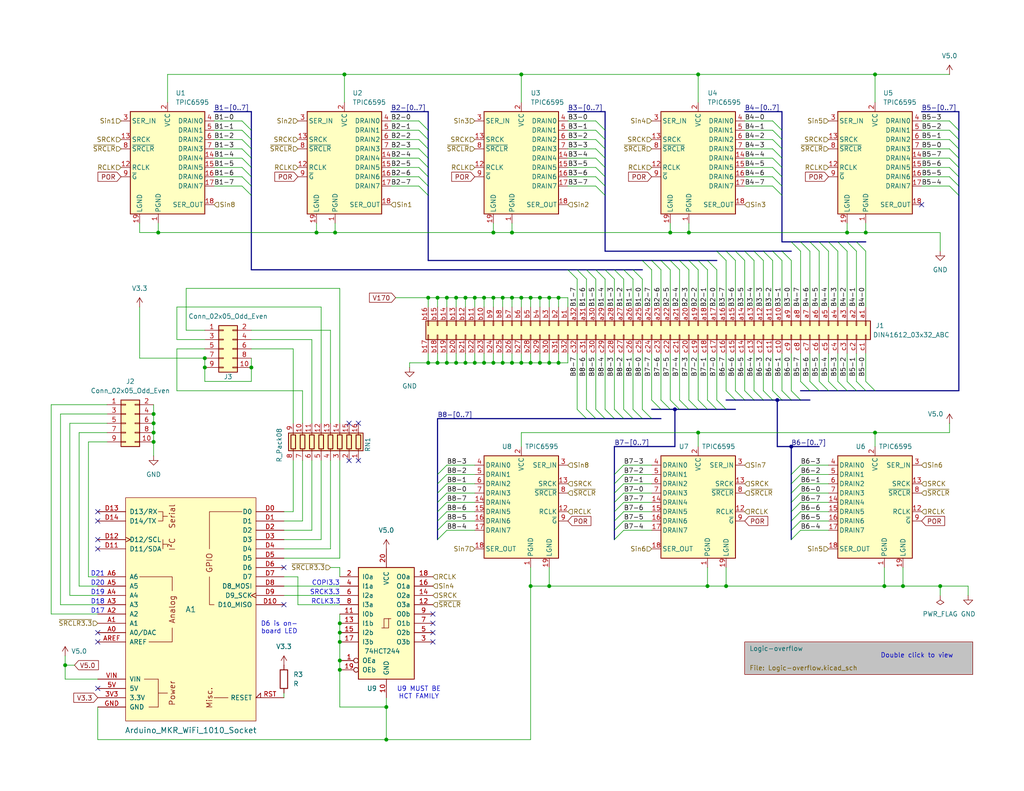
<source format=kicad_sch>
(kicad_sch (version 20231120) (generator "eeschema") (generator_version "8.0")
  (paper "USLetter")
  (title_block (title "Nixie tube clock - logic") (company "Wholly Unnecessary Technologies"))
  (junction (at 152.4 81.28))
  (junction (at 149.86 81.28))
  (junction (at 137.16 99.06))
  (junction (at 215.9 121.92))
  (junction (at 132.08 81.28))
  (junction (at 43.18 63.5))
  (junction (at 119.38 81.28))
  (junction (at 134.62 99.06))
  (junction (at 142.24 20.32))
  (junction (at 41.91 120.65))
  (junction (at 121.92 81.28))
  (junction (at 132.08 99.06))
  (junction (at 92.71 172.72))
  (junction (at 238.76 20.32))
  (junction (at 93.98 20.32))
  (junction (at 231.14 63.5))
  (junction (at 91.44 63.5))
  (junction (at 124.46 81.28))
  (junction (at 144.78 99.06))
  (junction (at 124.46 99.06))
  (junction (at 105.41 201.93))
  (junction (at 198.12 160.02))
  (junction (at 190.5 118.11))
  (junction (at 144.78 81.28))
  (junction (at 238.76 118.11))
  (junction (at 121.92 99.06))
  (junction (at 134.62 63.5))
  (junction (at 116.84 81.28))
  (junction (at 182.88 63.5))
  (junction (at 144.78 160.02))
  (junction (at 193.04 160.02))
  (junction (at 152.4 99.06))
  (junction (at 134.62 81.28))
  (junction (at 149.86 160.02))
  (junction (at 246.38 160.02))
  (junction (at 129.54 99.06))
  (junction (at 92.71 180.34))
  (junction (at 184.15 111.76))
  (junction (at 137.16 81.28))
  (junction (at 92.71 182.88))
  (junction (at 256.54 160.02))
  (junction (at 92.71 175.26))
  (junction (at 212.09 109.22))
  (junction (at 241.3 160.02))
  (junction (at 86.36 63.5))
  (junction (at 236.22 63.5))
  (junction (at 190.5 20.32))
  (junction (at 116.84 99.06))
  (junction (at 127 81.28))
  (junction (at 41.91 113.03))
  (junction (at 187.96 63.5))
  (junction (at 149.86 99.06))
  (junction (at 139.7 63.5))
  (junction (at 41.91 115.57))
  (junction (at 142.24 99.06))
  (junction (at 142.24 81.28))
  (junction (at 147.32 99.06))
  (junction (at 55.88 100.33))
  (junction (at 139.7 81.28))
  (junction (at 17.78 181.61))
  (junction (at 105.41 193.04))
  (junction (at 127 99.06))
  (junction (at 68.58 100.33))
  (junction (at 92.71 170.18))
  (junction (at 147.32 81.28))
  (junction (at 139.7 99.06))
  (junction (at 41.91 118.11))
  (junction (at 119.38 99.06))
  (junction (at 55.88 97.79))
  (junction (at 129.54 81.28))
  (no_connect (at 77.47 165.1))
  (no_connect (at 26.67 139.7))
  (no_connect (at 118.11 170.18))
  (no_connect (at 26.67 187.96))
  (no_connect (at 118.11 175.26))
  (no_connect (at 97.79 115.57))
  (no_connect (at 77.47 154.94))
  (no_connect (at 95.25 125.73))
  (no_connect (at 26.67 147.32))
  (no_connect (at 97.79 125.73))
  (no_connect (at 26.67 149.86))
  (no_connect (at 26.67 142.24))
  (no_connect (at 26.67 175.26))
  (no_connect (at 251.46 55.88))
  (no_connect (at 26.67 172.72))
  (no_connect (at 118.11 167.64))
  (no_connect (at 118.11 172.72))
  (no_connect (at 95.25 115.57))
  (bus_entry (at 190.5 71.12) (size 2.54 2.54))
  (bus_entry (at 198.12 111.76) (size -2.54 -2.54))
  (bus_entry (at 165.1 40.64) (size -2.54 -2.54))
  (bus_entry (at 165.1 43.18) (size -2.54 -2.54))
  (bus_entry (at 119.38 132.08) (size 2.54 -2.54))
  (bus_entry (at 182.88 71.12) (size 2.54 2.54))
  (bus_entry (at 165.1 73.66) (size 2.54 2.54))
  (bus_entry (at 198.12 68.58) (size 2.54 2.54))
  (bus_entry (at 116.84 38.1) (size -2.54 -2.54))
  (bus_entry (at 167.64 147.32) (size 2.54 -2.54))
  (bus_entry (at 167.64 129.54) (size 2.54 -2.54))
  (bus_entry (at 167.64 144.78) (size 2.54 -2.54))
  (bus_entry (at 68.58 40.64) (size -2.54 -2.54))
  (bus_entry (at 213.36 35.56) (size -2.54 -2.54))
  (bus_entry (at 177.8 114.3) (size -2.54 -2.54))
  (bus_entry (at 208.28 68.58) (size 2.54 2.54))
  (bus_entry (at 167.64 139.7) (size 2.54 -2.54))
  (bus_entry (at 165.1 35.56) (size -2.54 -2.54))
  (bus_entry (at 213.36 53.34) (size -2.54 -2.54))
  (bus_entry (at 119.38 142.24) (size 2.54 -2.54))
  (bus_entry (at 210.82 109.22) (size -2.54 -2.54))
  (bus_entry (at 116.84 45.72) (size -2.54 -2.54))
  (bus_entry (at 203.2 109.22) (size -2.54 -2.54))
  (bus_entry (at 261.62 40.64) (size -2.54 -2.54))
  (bus_entry (at 220.98 106.68) (size -2.54 -2.54))
  (bus_entry (at 180.34 111.76) (size -2.54 -2.54))
  (bus_entry (at 218.44 66.04) (size 2.54 2.54))
  (bus_entry (at 119.38 139.7) (size 2.54 -2.54))
  (bus_entry (at 210.82 68.58) (size 2.54 2.54))
  (bus_entry (at 215.9 144.78) (size 2.54 -2.54))
  (bus_entry (at 203.2 68.58) (size 2.54 2.54))
  (bus_entry (at 261.62 48.26) (size -2.54 -2.54))
  (bus_entry (at 193.04 111.76) (size -2.54 -2.54))
  (bus_entry (at 185.42 111.76) (size -2.54 -2.54))
  (bus_entry (at 215.9 109.22) (size -2.54 -2.54))
  (bus_entry (at 68.58 38.1) (size -2.54 -2.54))
  (bus_entry (at 165.1 53.34) (size -2.54 -2.54))
  (bus_entry (at 261.62 35.56) (size -2.54 -2.54))
  (bus_entry (at 208.28 109.22) (size -2.54 -2.54))
  (bus_entry (at 170.18 73.66) (size 2.54 2.54))
  (bus_entry (at 226.06 66.04) (size 2.54 2.54))
  (bus_entry (at 226.06 106.68) (size -2.54 -2.54))
  (bus_entry (at 116.84 48.26) (size -2.54 -2.54))
  (bus_entry (at 180.34 71.12) (size 2.54 2.54))
  (bus_entry (at 193.04 71.12) (size 2.54 2.54))
  (bus_entry (at 228.6 66.04) (size 2.54 2.54))
  (bus_entry (at 165.1 50.8) (size -2.54 -2.54))
  (bus_entry (at 213.36 38.1) (size -2.54 -2.54))
  (bus_entry (at 175.26 114.3) (size -2.54 -2.54))
  (bus_entry (at 182.88 111.76) (size -2.54 -2.54))
  (bus_entry (at 215.9 132.08) (size 2.54 -2.54))
  (bus_entry (at 190.5 111.76) (size -2.54 -2.54))
  (bus_entry (at 172.72 73.66) (size 2.54 2.54))
  (bus_entry (at 167.64 132.08) (size 2.54 -2.54))
  (bus_entry (at 213.36 48.26) (size -2.54 -2.54))
  (bus_entry (at 215.9 139.7) (size 2.54 -2.54))
  (bus_entry (at 223.52 106.68) (size -2.54 -2.54))
  (bus_entry (at 220.98 66.04) (size 2.54 2.54))
  (bus_entry (at 238.76 106.68) (size -2.54 -2.54))
  (bus_entry (at 68.58 48.26) (size -2.54 -2.54))
  (bus_entry (at 261.62 53.34) (size -2.54 -2.54))
  (bus_entry (at 215.9 134.62) (size 2.54 -2.54))
  (bus_entry (at 119.38 137.16) (size 2.54 -2.54))
  (bus_entry (at 215.9 142.24) (size 2.54 -2.54))
  (bus_entry (at 116.84 50.8) (size -2.54 -2.54))
  (bus_entry (at 261.62 50.8) (size -2.54 -2.54))
  (bus_entry (at 215.9 137.16) (size 2.54 -2.54))
  (bus_entry (at 157.48 73.66) (size 2.54 2.54))
  (bus_entry (at 236.22 106.68) (size -2.54 -2.54))
  (bus_entry (at 116.84 40.64) (size -2.54 -2.54))
  (bus_entry (at 200.66 109.22) (size -2.54 -2.54))
  (bus_entry (at 215.9 129.54) (size 2.54 -2.54))
  (bus_entry (at 228.6 106.68) (size -2.54 -2.54))
  (bus_entry (at 116.84 35.56) (size -2.54 -2.54))
  (bus_entry (at 213.36 43.18) (size -2.54 -2.54))
  (bus_entry (at 160.02 114.3) (size -2.54 -2.54))
  (bus_entry (at 167.64 137.16) (size 2.54 -2.54))
  (bus_entry (at 116.84 53.34) (size -2.54 -2.54))
  (bus_entry (at 165.1 45.72) (size -2.54 -2.54))
  (bus_entry (at 177.8 71.12) (size 2.54 2.54))
  (bus_entry (at 167.64 142.24) (size 2.54 -2.54))
  (bus_entry (at 154.94 73.66) (size 2.54 2.54))
  (bus_entry (at 119.38 144.78) (size 2.54 -2.54))
  (bus_entry (at 213.36 45.72) (size -2.54 -2.54))
  (bus_entry (at 167.64 134.62) (size 2.54 -2.54))
  (bus_entry (at 200.66 68.58) (size 2.54 2.54))
  (bus_entry (at 116.84 43.18) (size -2.54 -2.54))
  (bus_entry (at 119.38 129.54) (size 2.54 -2.54))
  (bus_entry (at 213.36 109.22) (size -2.54 -2.54))
  (bus_entry (at 68.58 43.18) (size -2.54 -2.54))
  (bus_entry (at 160.02 73.66) (size 2.54 2.54))
  (bus_entry (at 185.42 71.12) (size 2.54 2.54))
  (bus_entry (at 218.44 109.22) (size -2.54 -2.54))
  (bus_entry (at 187.96 111.76) (size -2.54 -2.54))
  (bus_entry (at 195.58 111.76) (size -2.54 -2.54))
  (bus_entry (at 231.14 106.68) (size -2.54 -2.54))
  (bus_entry (at 233.68 66.04) (size 2.54 2.54))
  (bus_entry (at 187.96 71.12) (size 2.54 2.54))
  (bus_entry (at 172.72 114.3) (size -2.54 -2.54))
  (bus_entry (at 68.58 53.34) (size -2.54 -2.54))
  (bus_entry (at 213.36 40.64) (size -2.54 -2.54))
  (bus_entry (at 215.9 147.32) (size 2.54 -2.54))
  (bus_entry (at 119.38 134.62) (size 2.54 -2.54))
  (bus_entry (at 68.58 35.56) (size -2.54 -2.54))
  (bus_entry (at 213.36 68.58) (size 2.54 2.54))
  (bus_entry (at 233.68 106.68) (size -2.54 -2.54))
  (bus_entry (at 175.26 71.12) (size 2.54 2.54))
  (bus_entry (at 167.64 73.66) (size 2.54 2.54))
  (bus_entry (at 165.1 38.1) (size -2.54 -2.54))
  (bus_entry (at 231.14 66.04) (size 2.54 2.54))
  (bus_entry (at 215.9 66.04) (size 2.54 2.54))
  (bus_entry (at 119.38 147.32) (size 2.54 -2.54))
  (bus_entry (at 261.62 38.1) (size -2.54 -2.54))
  (bus_entry (at 170.18 114.3) (size -2.54 -2.54))
  (bus_entry (at 165.1 114.3) (size -2.54 -2.54))
  (bus_entry (at 195.58 68.58) (size 2.54 2.54))
  (bus_entry (at 205.74 109.22) (size -2.54 -2.54))
  (bus_entry (at 165.1 48.26) (size -2.54 -2.54))
  (bus_entry (at 261.62 45.72) (size -2.54 -2.54))
  (bus_entry (at 162.56 114.3) (size -2.54 -2.54))
  (bus_entry (at 162.56 73.66) (size 2.54 2.54))
  (bus_entry (at 223.52 66.04) (size 2.54 2.54))
  (bus_entry (at 167.64 114.3) (size -2.54 -2.54))
  (bus_entry (at 205.74 68.58) (size 2.54 2.54))
  (bus_entry (at 261.62 43.18) (size -2.54 -2.54))
  (bus_entry (at 68.58 50.8) (size -2.54 -2.54))
  (bus_entry (at 68.58 45.72) (size -2.54 -2.54))
  (bus_entry (at 213.36 50.8) (size -2.54 -2.54))
  (wire (pts (xy 26.67 160.02) (xy 21.59 160.02)))
  (bus (pts (xy 162.56 114.3) (xy 165.1 114.3)))
  (wire (pts (xy 187.96 73.66) (xy 187.96 83.82)))
  (wire (pts (xy 26.67 162.56) (xy 19.05 162.56)))
  (wire (pts (xy 105.41 201.93) (xy 144.78 201.93)))
  (bus (pts (xy 210.82 68.58) (xy 213.36 68.58)))
  (wire (pts (xy 157.48 96.52) (xy 157.48 111.76)))
  (wire (pts (xy 26.67 167.64) (xy 13.97 167.64)))
  (wire (pts (xy 149.86 81.28) (xy 152.4 81.28)))
  (bus (pts (xy 154.94 30.48) (xy 165.1 30.48)))
  (wire (pts (xy 24.13 120.65) (xy 29.21 120.65)))
  (wire (pts (xy 38.1 83.82) (xy 38.1 97.79)))
  (wire (pts (xy 58.42 40.64) (xy 66.04 40.64)))
  (bus (pts (xy 215.9 139.7) (xy 215.9 142.24)))
  (bus (pts (xy 213.36 35.56) (xy 213.36 38.1)))
  (bus (pts (xy 172.72 73.66) (xy 175.26 73.66)))
  (bus (pts (xy 215.9 134.62) (xy 215.9 137.16)))
  (wire (pts (xy 92.71 170.18) (xy 92.71 172.72)))
  (wire (pts (xy 170.18 132.08) (xy 177.8 132.08)))
  (wire (pts (xy 215.9 71.12) (xy 215.9 83.82)))
  (wire (pts (xy 190.5 118.11) (xy 238.76 118.11)))
  (wire (pts (xy 17.78 185.42) (xy 26.67 185.42)))
  (bus (pts (xy 167.64 121.92) (xy 167.64 129.54)))
  (bus (pts (xy 116.84 38.1) (xy 116.84 40.64)))
  (bus (pts (xy 212.09 121.92) (xy 215.9 121.92)))
  (wire (pts (xy 134.62 81.28) (xy 137.16 81.28)))
  (wire (pts (xy 162.56 96.52) (xy 162.56 111.76)))
  (wire (pts (xy 124.46 81.28) (xy 124.46 83.82)))
  (wire (pts (xy 251.46 40.64) (xy 259.08 40.64)))
  (wire (pts (xy 190.5 96.52) (xy 190.5 109.22)))
  (bus (pts (xy 226.06 106.68) (xy 228.6 106.68)))
  (wire (pts (xy 231.14 68.58) (xy 231.14 83.82)))
  (wire (pts (xy 144.78 99.06) (xy 147.32 99.06)))
  (wire (pts (xy 92.71 193.04) (xy 105.41 193.04)))
  (wire (pts (xy 134.62 63.5) (xy 139.7 63.5)))
  (bus (pts (xy 212.09 109.22) (xy 213.36 109.22)))
  (bus (pts (xy 205.74 109.22) (xy 208.28 109.22)))
  (wire (pts (xy 139.7 81.28) (xy 139.7 83.82)))
  (bus (pts (xy 167.64 137.16) (xy 167.64 139.7)))
  (bus (pts (xy 220.98 66.04) (xy 223.52 66.04)))
  (bus (pts (xy 165.1 35.56) (xy 165.1 38.1)))
  (wire (pts (xy 203.2 38.1) (xy 210.82 38.1)))
  (bus (pts (xy 119.38 144.78) (xy 119.38 147.32)))
  (wire (pts (xy 203.2 33.02) (xy 210.82 33.02)))
  (wire (pts (xy 241.3 154.94) (xy 241.3 160.02)))
  (wire (pts (xy 170.18 137.16) (xy 177.8 137.16)))
  (wire (pts (xy 86.36 63.5) (xy 91.44 63.5)))
  (bus (pts (xy 160.02 114.3) (xy 162.56 114.3)))
  (bus (pts (xy 236.22 106.68) (xy 238.76 106.68)))
  (wire (pts (xy 13.97 110.49) (xy 29.21 110.49)))
  (wire (pts (xy 134.62 60.96) (xy 134.62 63.5)))
  (bus (pts (xy 200.66 109.22) (xy 203.2 109.22)))
  (wire (pts (xy 264.16 160.02) (xy 264.16 162.56)))
  (wire (pts (xy 144.78 154.94) (xy 144.78 160.02)))
  (wire (pts (xy 48.26 83.82) (xy 48.26 92.71)))
  (wire (pts (xy 170.18 144.78) (xy 177.8 144.78)))
  (wire (pts (xy 167.64 76.2) (xy 167.64 83.82)))
  (bus (pts (xy 116.84 43.18) (xy 116.84 45.72)))
  (wire (pts (xy 139.7 99.06) (xy 139.7 96.52)))
  (wire (pts (xy 251.46 45.72) (xy 259.08 45.72)))
  (wire (pts (xy 259.08 115.57) (xy 259.08 118.11)))
  (wire (pts (xy 205.74 96.52) (xy 205.74 106.68)))
  (wire (pts (xy 58.42 33.02) (xy 66.04 33.02)))
  (wire (pts (xy 238.76 118.11) (xy 238.76 121.92)))
  (wire (pts (xy 208.28 71.12) (xy 208.28 83.82)))
  (bus (pts (xy 187.96 71.12) (xy 190.5 71.12)))
  (wire (pts (xy 170.18 139.7) (xy 177.8 139.7)))
  (wire (pts (xy 92.71 115.57) (xy 92.71 78.74)))
  (wire (pts (xy 116.84 81.28) (xy 119.38 81.28)))
  (bus (pts (xy 170.18 114.3) (xy 172.72 114.3)))
  (wire (pts (xy 144.78 99.06) (xy 144.78 96.52)))
  (wire (pts (xy 134.62 99.06) (xy 134.62 96.52)))
  (wire (pts (xy 233.68 96.52) (xy 233.68 104.14)))
  (bus (pts (xy 165.1 114.3) (xy 167.64 114.3)))
  (wire (pts (xy 187.96 63.5) (xy 231.14 63.5)))
  (wire (pts (xy 149.86 154.94) (xy 149.86 160.02)))
  (wire (pts (xy 193.04 96.52) (xy 193.04 109.22)))
  (wire (pts (xy 218.44 68.58) (xy 218.44 83.82)))
  (wire (pts (xy 154.94 45.72) (xy 162.56 45.72)))
  (wire (pts (xy 215.9 96.52) (xy 215.9 106.68)))
  (wire (pts (xy 55.88 95.25) (xy 48.26 95.25)))
  (bus (pts (xy 68.58 45.72) (xy 68.58 48.26)))
  (wire (pts (xy 26.67 193.04) (xy 26.67 201.93)))
  (wire (pts (xy 106.68 48.26) (xy 114.3 48.26)))
  (bus (pts (xy 116.84 50.8) (xy 116.84 53.34)))
  (wire (pts (xy 246.38 154.94) (xy 246.38 160.02)))
  (bus (pts (xy 165.1 43.18) (xy 165.1 45.72)))
  (wire (pts (xy 149.86 99.06) (xy 149.86 96.52)))
  (wire (pts (xy 137.16 81.28) (xy 137.16 83.82)))
  (wire (pts (xy 55.88 104.14) (xy 68.58 104.14)))
  (wire (pts (xy 111.76 99.06) (xy 116.84 99.06)))
  (wire (pts (xy 81.28 157.48) (xy 81.28 165.1)))
  (wire (pts (xy 21.59 160.02) (xy 21.59 118.11)))
  (bus (pts (xy 261.62 50.8) (xy 261.62 53.34)))
  (wire (pts (xy 213.36 71.12) (xy 213.36 83.82)))
  (wire (pts (xy 154.94 40.64) (xy 162.56 40.64)))
  (wire (pts (xy 185.42 73.66) (xy 185.42 83.82)))
  (wire (pts (xy 154.94 38.1) (xy 162.56 38.1)))
  (wire (pts (xy 218.44 132.08) (xy 226.06 132.08)))
  (wire (pts (xy 119.38 81.28) (xy 119.38 83.82)))
  (bus (pts (xy 165.1 45.72) (xy 165.1 48.26)))
  (wire (pts (xy 139.7 60.96) (xy 139.7 63.5)))
  (bus (pts (xy 223.52 66.04) (xy 226.06 66.04)))
  (bus (pts (xy 213.36 45.72) (xy 213.36 48.26)))
  (bus (pts (xy 215.9 121.92) (xy 215.9 129.54)))
  (bus (pts (xy 205.74 68.58) (xy 208.28 68.58)))
  (wire (pts (xy 121.92 99.06) (xy 124.46 99.06)))
  (wire (pts (xy 162.56 76.2) (xy 162.56 83.82)))
  (wire (pts (xy 106.68 38.1) (xy 114.3 38.1)))
  (bus (pts (xy 119.38 114.3) (xy 119.38 129.54)))
  (bus (pts (xy 119.38 129.54) (xy 119.38 132.08)))
  (wire (pts (xy 41.91 120.65) (xy 41.91 124.46)))
  (wire (pts (xy 236.22 68.58) (xy 236.22 83.82)))
  (bus (pts (xy 177.8 71.12) (xy 180.34 71.12)))
  (bus (pts (xy 165.1 68.58) (xy 195.58 68.58)))
  (wire (pts (xy 77.47 162.56) (xy 92.71 162.56)))
  (wire (pts (xy 24.13 157.48) (xy 24.13 120.65)))
  (bus (pts (xy 215.9 132.08) (xy 215.9 134.62)))
  (wire (pts (xy 218.44 142.24) (xy 226.06 142.24)))
  (wire (pts (xy 38.1 63.5) (xy 43.18 63.5)))
  (bus (pts (xy 106.68 30.48) (xy 116.84 30.48)))
  (wire (pts (xy 16.51 113.03) (xy 29.21 113.03)))
  (wire (pts (xy 86.36 60.96) (xy 86.36 63.5)))
  (wire (pts (xy 92.71 180.34) (xy 92.71 182.88)))
  (bus (pts (xy 218.44 106.68) (xy 220.98 106.68)))
  (wire (pts (xy 226.06 68.58) (xy 226.06 83.82)))
  (wire (pts (xy 137.16 99.06) (xy 139.7 99.06)))
  (wire (pts (xy 177.8 96.52) (xy 177.8 109.22)))
  (wire (pts (xy 92.71 125.73) (xy 92.71 152.4)))
  (bus (pts (xy 213.36 66.04) (xy 213.36 53.34)))
  (bus (pts (xy 215.9 109.22) (xy 218.44 109.22)))
  (wire (pts (xy 251.46 48.26) (xy 259.08 48.26)))
  (wire (pts (xy 193.04 160.02) (xy 198.12 160.02)))
  (wire (pts (xy 121.92 127) (xy 129.54 127)))
  (bus (pts (xy 58.42 30.48) (xy 68.58 30.48)))
  (wire (pts (xy 251.46 50.8) (xy 259.08 50.8)))
  (wire (pts (xy 203.2 48.26) (xy 210.82 48.26)))
  (wire (pts (xy 231.14 96.52) (xy 231.14 104.14)))
  (wire (pts (xy 218.44 129.54) (xy 226.06 129.54)))
  (wire (pts (xy 154.94 99.06) (xy 154.94 96.52)))
  (bus (pts (xy 208.28 68.58) (xy 210.82 68.58)))
  (wire (pts (xy 45.72 20.32) (xy 93.98 20.32)))
  (wire (pts (xy 17.78 179.07) (xy 17.78 181.61)))
  (bus (pts (xy 213.36 50.8) (xy 213.36 48.26)))
  (wire (pts (xy 213.36 96.52) (xy 213.36 106.68)))
  (bus (pts (xy 116.84 48.26) (xy 116.84 50.8)))
  (bus (pts (xy 170.18 73.66) (xy 172.72 73.66)))
  (bus (pts (xy 182.88 71.12) (xy 185.42 71.12)))
  (bus (pts (xy 233.68 66.04) (xy 236.22 66.04)))
  (bus (pts (xy 231.14 106.68) (xy 233.68 106.68)))
  (wire (pts (xy 58.42 38.1) (xy 66.04 38.1)))
  (wire (pts (xy 251.46 33.02) (xy 259.08 33.02)))
  (bus (pts (xy 215.9 129.54) (xy 215.9 132.08)))
  (bus (pts (xy 261.62 48.26) (xy 261.62 50.8)))
  (wire (pts (xy 13.97 167.64) (xy 13.97 110.49)))
  (wire (pts (xy 177.8 73.66) (xy 177.8 83.82)))
  (bus (pts (xy 261.62 38.1) (xy 261.62 40.64)))
  (bus (pts (xy 167.64 139.7) (xy 167.64 142.24)))
  (wire (pts (xy 134.62 99.06) (xy 137.16 99.06)))
  (wire (pts (xy 154.94 50.8) (xy 162.56 50.8)))
  (wire (pts (xy 198.12 96.52) (xy 198.12 106.68)))
  (wire (pts (xy 55.88 97.79) (xy 55.88 100.33)))
  (wire (pts (xy 91.44 63.5) (xy 134.62 63.5)))
  (bus (pts (xy 213.36 68.58) (xy 215.9 68.58)))
  (wire (pts (xy 182.88 63.5) (xy 187.96 63.5)))
  (bus (pts (xy 213.36 43.18) (xy 213.36 45.72)))
  (bus (pts (xy 160.02 73.66) (xy 162.56 73.66)))
  (wire (pts (xy 149.86 81.28) (xy 149.86 83.82)))
  (bus (pts (xy 261.62 43.18) (xy 261.62 45.72)))
  (wire (pts (xy 193.04 154.94) (xy 193.04 160.02)))
  (wire (pts (xy 142.24 118.11) (xy 190.5 118.11)))
  (bus (pts (xy 215.9 66.04) (xy 218.44 66.04)))
  (bus (pts (xy 195.58 68.58) (xy 198.12 68.58)))
  (wire (pts (xy 121.92 144.78) (xy 129.54 144.78)))
  (wire (pts (xy 121.92 99.06) (xy 121.92 96.52)))
  (bus (pts (xy 213.36 30.48) (xy 213.36 35.56)))
  (wire (pts (xy 170.18 127) (xy 177.8 127)))
  (wire (pts (xy 91.44 60.96) (xy 91.44 63.5)))
  (wire (pts (xy 77.47 152.4) (xy 92.71 152.4)))
  (wire (pts (xy 68.58 90.17) (xy 90.17 90.17)))
  (wire (pts (xy 205.74 71.12) (xy 205.74 83.82)))
  (bus (pts (xy 165.1 53.34) (xy 165.1 68.58)))
  (wire (pts (xy 182.88 73.66) (xy 182.88 83.82)))
  (wire (pts (xy 160.02 96.52) (xy 160.02 111.76)))
  (wire (pts (xy 106.68 43.18) (xy 114.3 43.18)))
  (wire (pts (xy 139.7 63.5) (xy 182.88 63.5)))
  (wire (pts (xy 26.67 165.1) (xy 16.51 165.1)))
  (wire (pts (xy 144.78 81.28) (xy 144.78 83.82)))
  (wire (pts (xy 68.58 95.25) (xy 80.01 95.25)))
  (wire (pts (xy 251.46 38.1) (xy 259.08 38.1)))
  (wire (pts (xy 198.12 71.12) (xy 198.12 83.82)))
  (wire (pts (xy 218.44 134.62) (xy 226.06 134.62)))
  (wire (pts (xy 218.44 144.78) (xy 226.06 144.78)))
  (bus (pts (xy 116.84 30.48) (xy 116.84 35.56)))
  (bus (pts (xy 261.62 45.72) (xy 261.62 48.26)))
  (wire (pts (xy 16.51 165.1) (xy 16.51 113.03)))
  (wire (pts (xy 92.71 78.74) (xy 50.8 78.74)))
  (wire (pts (xy 85.09 115.57) (xy 85.09 92.71)))
  (bus (pts (xy 177.8 114.3) (xy 180.34 114.3)))
  (wire (pts (xy 147.32 81.28) (xy 149.86 81.28)))
  (bus (pts (xy 215.9 142.24) (xy 215.9 144.78)))
  (wire (pts (xy 172.72 76.2) (xy 172.72 83.82)))
  (wire (pts (xy 105.41 190.5) (xy 105.41 193.04)))
  (wire (pts (xy 129.54 99.06) (xy 129.54 96.52)))
  (bus (pts (xy 213.36 38.1) (xy 213.36 40.64)))
  (wire (pts (xy 87.63 125.73) (xy 87.63 147.32)))
  (wire (pts (xy 152.4 99.06) (xy 152.4 96.52)))
  (bus (pts (xy 228.6 106.68) (xy 231.14 106.68)))
  (bus (pts (xy 167.64 132.08) (xy 167.64 134.62)))
  (wire (pts (xy 19.05 115.57) (xy 29.21 115.57)))
  (wire (pts (xy 190.5 20.32) (xy 190.5 27.94)))
  (bus (pts (xy 167.64 134.62) (xy 167.64 137.16)))
  (wire (pts (xy 132.08 81.28) (xy 134.62 81.28)))
  (bus (pts (xy 154.94 73.66) (xy 157.48 73.66)))
  (bus (pts (xy 228.6 66.04) (xy 231.14 66.04)))
  (wire (pts (xy 142.24 99.06) (xy 142.24 96.52)))
  (wire (pts (xy 127 81.28) (xy 127 83.82)))
  (bus (pts (xy 167.64 121.92) (xy 184.15 121.92)))
  (bus (pts (xy 233.68 106.68) (xy 236.22 106.68)))
  (wire (pts (xy 77.47 142.24) (xy 82.55 142.24)))
  (wire (pts (xy 50.8 78.74) (xy 50.8 90.17)))
  (wire (pts (xy 68.58 92.71) (xy 85.09 92.71)))
  (wire (pts (xy 111.76 99.06) (xy 111.76 100.33)))
  (wire (pts (xy 77.47 157.48) (xy 81.28 157.48)))
  (wire (pts (xy 165.1 96.52) (xy 165.1 111.76)))
  (bus (pts (xy 261.62 30.48) (xy 261.62 35.56)))
  (wire (pts (xy 92.71 167.64) (xy 92.71 170.18)))
  (bus (pts (xy 185.42 111.76) (xy 187.96 111.76)))
  (wire (pts (xy 251.46 35.56) (xy 259.08 35.56)))
  (wire (pts (xy 92.71 172.72) (xy 92.71 175.26)))
  (wire (pts (xy 190.5 20.32) (xy 238.76 20.32)))
  (wire (pts (xy 105.41 193.04) (xy 105.41 201.93)))
  (wire (pts (xy 200.66 71.12) (xy 200.66 83.82)))
  (wire (pts (xy 228.6 96.52) (xy 228.6 104.14)))
  (wire (pts (xy 157.48 76.2) (xy 157.48 83.82)))
  (wire (pts (xy 132.08 99.06) (xy 134.62 99.06)))
  (bus (pts (xy 208.28 109.22) (xy 210.82 109.22)))
  (wire (pts (xy 82.55 125.73) (xy 82.55 142.24)))
  (wire (pts (xy 193.04 73.66) (xy 193.04 83.82)))
  (wire (pts (xy 147.32 81.28) (xy 147.32 83.82)))
  (wire (pts (xy 48.26 92.71) (xy 55.88 92.71)))
  (wire (pts (xy 106.68 50.8) (xy 114.3 50.8)))
  (bus (pts (xy 68.58 43.18) (xy 68.58 45.72)))
  (bus (pts (xy 119.38 132.08) (xy 119.38 134.62)))
  (wire (pts (xy 142.24 81.28) (xy 144.78 81.28)))
  (wire (pts (xy 203.2 43.18) (xy 210.82 43.18)))
  (bus (pts (xy 68.58 53.34) (xy 68.58 73.66)))
  (wire (pts (xy 172.72 96.52) (xy 172.72 111.76)))
  (wire (pts (xy 203.2 35.56) (xy 210.82 35.56)))
  (bus (pts (xy 165.1 40.64) (xy 165.1 43.18)))
  (wire (pts (xy 106.68 40.64) (xy 114.3 40.64)))
  (wire (pts (xy 142.24 81.28) (xy 142.24 83.82)))
  (wire (pts (xy 236.22 63.5) (xy 236.22 60.96)))
  (wire (pts (xy 147.32 99.06) (xy 149.86 99.06)))
  (wire (pts (xy 175.26 96.52) (xy 175.26 111.76)))
  (bus (pts (xy 177.8 111.76) (xy 180.34 111.76)))
  (wire (pts (xy 121.92 129.54) (xy 129.54 129.54)))
  (wire (pts (xy 241.3 160.02) (xy 246.38 160.02)))
  (wire (pts (xy 129.54 99.06) (xy 132.08 99.06)))
  (wire (pts (xy 210.82 96.52) (xy 210.82 106.68)))
  (wire (pts (xy 190.5 73.66) (xy 190.5 83.82)))
  (wire (pts (xy 21.59 118.11) (xy 29.21 118.11)))
  (wire (pts (xy 68.58 97.79) (xy 68.58 100.33)))
  (bus (pts (xy 119.38 137.16) (xy 119.38 139.7)))
  (wire (pts (xy 107.95 81.28) (xy 116.84 81.28)))
  (wire (pts (xy 238.76 20.32) (xy 259.08 20.32)))
  (wire (pts (xy 127 81.28) (xy 129.54 81.28)))
  (wire (pts (xy 26.67 157.48) (xy 24.13 157.48)))
  (wire (pts (xy 119.38 81.28) (xy 121.92 81.28)))
  (bus (pts (xy 200.66 111.76) (xy 198.12 111.76)))
  (wire (pts (xy 26.67 201.93) (xy 105.41 201.93)))
  (bus (pts (xy 200.66 68.58) (xy 203.2 68.58)))
  (bus (pts (xy 165.1 48.26) (xy 165.1 50.8)))
  (wire (pts (xy 218.44 127) (xy 226.06 127)))
  (bus (pts (xy 116.84 40.64) (xy 116.84 43.18)))
  (bus (pts (xy 213.36 109.22) (xy 215.9 109.22)))
  (bus (pts (xy 223.52 121.92) (xy 215.9 121.92)))
  (wire (pts (xy 170.18 96.52) (xy 170.18 111.76)))
  (wire (pts (xy 38.1 97.79) (xy 55.88 97.79)))
  (wire (pts (xy 87.63 83.82) (xy 48.26 83.82)))
  (wire (pts (xy 226.06 96.52) (xy 226.06 104.14)))
  (wire (pts (xy 81.28 165.1) (xy 92.71 165.1)))
  (wire (pts (xy 55.88 100.33) (xy 55.88 104.14)))
  (wire (pts (xy 142.24 20.32) (xy 190.5 20.32)))
  (wire (pts (xy 180.34 73.66) (xy 180.34 83.82)))
  (wire (pts (xy 236.22 63.5) (xy 256.54 63.5)))
  (wire (pts (xy 144.78 160.02) (xy 149.86 160.02)))
  (bus (pts (xy 198.12 68.58) (xy 200.66 68.58)))
  (wire (pts (xy 43.18 63.5) (xy 86.36 63.5)))
  (bus (pts (xy 165.1 73.66) (xy 167.64 73.66)))
  (wire (pts (xy 203.2 50.8) (xy 210.82 50.8)))
  (bus (pts (xy 119.38 134.62) (xy 119.38 137.16)))
  (wire (pts (xy 154.94 48.26) (xy 162.56 48.26)))
  (wire (pts (xy 256.54 68.58) (xy 256.54 63.5)))
  (bus (pts (xy 184.15 111.76) (xy 184.15 121.92)))
  (wire (pts (xy 137.16 99.06) (xy 137.16 96.52)))
  (wire (pts (xy 41.91 110.49) (xy 41.91 113.03)))
  (bus (pts (xy 203.2 68.58) (xy 205.74 68.58)))
  (wire (pts (xy 129.54 81.28) (xy 132.08 81.28)))
  (bus (pts (xy 215.9 137.16) (xy 215.9 139.7)))
  (wire (pts (xy 87.63 83.82) (xy 87.63 115.57)))
  (wire (pts (xy 121.92 132.08) (xy 129.54 132.08)))
  (wire (pts (xy 203.2 96.52) (xy 203.2 106.68)))
  (bus (pts (xy 190.5 111.76) (xy 193.04 111.76)))
  (wire (pts (xy 77.47 147.32) (xy 87.63 147.32)))
  (wire (pts (xy 195.58 73.66) (xy 195.58 83.82)))
  (wire (pts (xy 231.14 60.96) (xy 231.14 63.5)))
  (wire (pts (xy 198.12 160.02) (xy 241.3 160.02)))
  (wire (pts (xy 58.42 50.8) (xy 66.04 50.8)))
  (wire (pts (xy 147.32 99.06) (xy 147.32 96.52)))
  (wire (pts (xy 121.92 81.28) (xy 124.46 81.28)))
  (bus (pts (xy 226.06 66.04) (xy 228.6 66.04)))
  (wire (pts (xy 208.28 96.52) (xy 208.28 106.68)))
  (wire (pts (xy 48.26 106.68) (xy 82.55 106.68)))
  (wire (pts (xy 121.92 81.28) (xy 121.92 83.82)))
  (wire (pts (xy 38.1 60.96) (xy 38.1 63.5)))
  (wire (pts (xy 92.71 154.94) (xy 92.71 157.48)))
  (bus (pts (xy 231.14 66.04) (xy 233.68 66.04)))
  (wire (pts (xy 41.91 113.03) (xy 41.91 115.57)))
  (bus (pts (xy 193.04 71.12) (xy 195.58 71.12)))
  (wire (pts (xy 58.42 48.26) (xy 66.04 48.26)))
  (wire (pts (xy 233.68 68.58) (xy 233.68 83.82)))
  (wire (pts (xy 238.76 118.11) (xy 259.08 118.11)))
  (bus (pts (xy 218.44 109.22) (xy 220.98 109.22)))
  (wire (pts (xy 43.18 60.96) (xy 43.18 63.5)))
  (wire (pts (xy 119.38 99.06) (xy 119.38 96.52)))
  (wire (pts (xy 170.18 129.54) (xy 177.8 129.54)))
  (wire (pts (xy 256.54 160.02) (xy 256.54 162.56)))
  (wire (pts (xy 149.86 160.02) (xy 193.04 160.02)))
  (bus (pts (xy 218.44 66.04) (xy 220.98 66.04)))
  (wire (pts (xy 58.42 45.72) (xy 66.04 45.72)))
  (wire (pts (xy 92.71 175.26) (xy 92.71 180.34)))
  (wire (pts (xy 77.47 139.7) (xy 80.01 139.7)))
  (bus (pts (xy 165.1 50.8) (xy 165.1 53.34)))
  (wire (pts (xy 251.46 43.18) (xy 259.08 43.18)))
  (wire (pts (xy 48.26 95.25) (xy 48.26 106.68)))
  (bus (pts (xy 238.76 106.68) (xy 261.62 106.68)))
  (wire (pts (xy 231.14 63.5) (xy 236.22 63.5)))
  (bus (pts (xy 116.84 35.56) (xy 116.84 38.1)))
  (wire (pts (xy 195.58 96.52) (xy 195.58 109.22)))
  (wire (pts (xy 41.91 118.11) (xy 41.91 120.65)))
  (bus (pts (xy 175.26 71.12) (xy 177.8 71.12)))
  (wire (pts (xy 167.64 96.52) (xy 167.64 111.76)))
  (wire (pts (xy 116.84 99.06) (xy 116.84 96.52)))
  (wire (pts (xy 90.17 154.94) (xy 92.71 154.94)))
  (bus (pts (xy 213.36 66.04) (xy 215.9 66.04)))
  (bus (pts (xy 68.58 30.48) (xy 68.58 35.56)))
  (wire (pts (xy 85.09 125.73) (xy 85.09 144.78)))
  (bus (pts (xy 182.88 111.76) (xy 184.15 111.76)))
  (wire (pts (xy 160.02 76.2) (xy 160.02 83.82)))
  (bus (pts (xy 116.84 71.12) (xy 175.26 71.12)))
  (wire (pts (xy 223.52 68.58) (xy 223.52 83.82)))
  (bus (pts (xy 223.52 106.68) (xy 226.06 106.68)))
  (wire (pts (xy 90.17 115.57) (xy 90.17 90.17)))
  (wire (pts (xy 77.47 189.23) (xy 77.47 190.5)))
  (wire (pts (xy 58.42 43.18) (xy 66.04 43.18)))
  (wire (pts (xy 154.94 81.28) (xy 154.94 83.82)))
  (wire (pts (xy 77.47 160.02) (xy 92.71 160.02)))
  (bus (pts (xy 119.38 142.24) (xy 119.38 144.78)))
  (wire (pts (xy 92.71 182.88) (xy 92.71 193.04)))
  (wire (pts (xy 154.94 43.18) (xy 162.56 43.18)))
  (bus (pts (xy 195.58 111.76) (xy 198.12 111.76)))
  (bus (pts (xy 212.09 109.22) (xy 212.09 121.92)))
  (wire (pts (xy 152.4 81.28) (xy 154.94 81.28)))
  (wire (pts (xy 124.46 81.28) (xy 127 81.28)))
  (wire (pts (xy 132.08 81.28) (xy 132.08 83.82)))
  (wire (pts (xy 180.34 96.52) (xy 180.34 109.22)))
  (bus (pts (xy 172.72 114.3) (xy 175.26 114.3)))
  (wire (pts (xy 80.01 115.57) (xy 80.01 95.25)))
  (wire (pts (xy 121.92 134.62) (xy 129.54 134.62)))
  (bus (pts (xy 187.96 111.76) (xy 190.5 111.76)))
  (bus (pts (xy 68.58 35.56) (xy 68.58 38.1)))
  (wire (pts (xy 210.82 71.12) (xy 210.82 83.82)))
  (bus (pts (xy 220.98 106.68) (xy 223.52 106.68)))
  (wire (pts (xy 236.22 96.52) (xy 236.22 104.14)))
  (wire (pts (xy 119.38 99.06) (xy 121.92 99.06)))
  (bus (pts (xy 213.36 53.34) (xy 213.36 50.8)))
  (wire (pts (xy 142.24 20.32) (xy 142.24 27.94)))
  (wire (pts (xy 152.4 81.28) (xy 152.4 83.82)))
  (wire (pts (xy 106.68 35.56) (xy 114.3 35.56)))
  (wire (pts (xy 82.55 106.68) (xy 82.55 115.57)))
  (bus (pts (xy 261.62 40.64) (xy 261.62 43.18)))
  (bus (pts (xy 167.64 129.54) (xy 167.64 132.08)))
  (bus (pts (xy 180.34 71.12) (xy 182.88 71.12)))
  (wire (pts (xy 203.2 45.72) (xy 210.82 45.72)))
  (wire (pts (xy 218.44 139.7) (xy 226.06 139.7)))
  (bus (pts (xy 167.64 142.24) (xy 167.64 144.78)))
  (wire (pts (xy 116.84 81.28) (xy 116.84 83.82)))
  (wire (pts (xy 170.18 134.62) (xy 177.8 134.62)))
  (bus (pts (xy 203.2 109.22) (xy 205.74 109.22)))
  (wire (pts (xy 190.5 118.11) (xy 190.5 121.92)))
  (wire (pts (xy 17.78 181.61) (xy 17.78 185.42)))
  (wire (pts (xy 41.91 115.57) (xy 41.91 118.11)))
  (wire (pts (xy 58.42 35.56) (xy 66.04 35.56)))
  (wire (pts (xy 139.7 99.06) (xy 142.24 99.06)))
  (wire (pts (xy 185.42 96.52) (xy 185.42 109.22)))
  (bus (pts (xy 203.2 30.48) (xy 213.36 30.48)))
  (wire (pts (xy 187.96 96.52) (xy 187.96 109.22)))
  (wire (pts (xy 93.98 20.32) (xy 142.24 20.32)))
  (bus (pts (xy 193.04 111.76) (xy 195.58 111.76)))
  (wire (pts (xy 68.58 100.33) (xy 68.58 104.14)))
  (bus (pts (xy 180.34 111.76) (xy 182.88 111.76)))
  (wire (pts (xy 170.18 76.2) (xy 170.18 83.82)))
  (wire (pts (xy 198.12 154.94) (xy 198.12 160.02)))
  (wire (pts (xy 77.47 144.78) (xy 85.09 144.78)))
  (bus (pts (xy 165.1 38.1) (xy 165.1 40.64)))
  (wire (pts (xy 124.46 99.06) (xy 124.46 96.52)))
  (bus (pts (xy 68.58 38.1) (xy 68.58 40.64)))
  (wire (pts (xy 142.24 118.11) (xy 142.24 121.92)))
  (bus (pts (xy 167.64 73.66) (xy 170.18 73.66)))
  (wire (pts (xy 187.96 60.96) (xy 187.96 63.5)))
  (bus (pts (xy 116.84 53.34) (xy 116.84 71.12)))
  (bus (pts (xy 68.58 73.66) (xy 154.94 73.66)))
  (wire (pts (xy 203.2 40.64) (xy 210.82 40.64)))
  (bus (pts (xy 261.62 53.34) (xy 261.62 106.68)))
  (wire (pts (xy 152.4 99.06) (xy 154.94 99.06)))
  (bus (pts (xy 215.9 144.78) (xy 215.9 147.32)))
  (wire (pts (xy 154.94 35.56) (xy 162.56 35.56)))
  (wire (pts (xy 220.98 68.58) (xy 220.98 83.82)))
  (bus (pts (xy 119.38 139.7) (xy 119.38 142.24)))
  (wire (pts (xy 218.44 137.16) (xy 226.06 137.16)))
  (wire (pts (xy 223.52 96.52) (xy 223.52 104.14)))
  (wire (pts (xy 127 99.06) (xy 129.54 99.06)))
  (bus (pts (xy 251.46 30.48) (xy 261.62 30.48)))
  (bus (pts (xy 185.42 71.12) (xy 187.96 71.12)))
  (wire (pts (xy 106.68 33.02) (xy 114.3 33.02)))
  (wire (pts (xy 154.94 33.02) (xy 162.56 33.02)))
  (wire (pts (xy 121.92 137.16) (xy 129.54 137.16)))
  (wire (pts (xy 170.18 142.24) (xy 177.8 142.24)))
  (wire (pts (xy 200.66 96.52) (xy 200.66 106.68)))
  (wire (pts (xy 256.54 160.02) (xy 264.16 160.02)))
  (wire (pts (xy 149.86 99.06) (xy 152.4 99.06)))
  (bus (pts (xy 157.48 73.66) (xy 160.02 73.66)))
  (wire (pts (xy 220.98 96.52) (xy 220.98 104.14)))
  (wire (pts (xy 139.7 81.28) (xy 142.24 81.28)))
  (bus (pts (xy 175.26 114.3) (xy 177.8 114.3)))
  (wire (pts (xy 134.62 81.28) (xy 134.62 83.82)))
  (wire (pts (xy 218.44 96.52) (xy 218.44 104.14)))
  (wire (pts (xy 144.78 160.02) (xy 144.78 201.93)))
  (wire (pts (xy 77.47 149.86) (xy 90.17 149.86)))
  (wire (pts (xy 182.88 60.96) (xy 182.88 63.5)))
  (bus (pts (xy 162.56 73.66) (xy 165.1 73.66)))
  (wire (pts (xy 45.72 20.32) (xy 45.72 27.94)))
  (bus (pts (xy 190.5 71.12) (xy 193.04 71.12)))
  (wire (pts (xy 80.01 125.73) (xy 80.01 139.7)))
  (wire (pts (xy 144.78 81.28) (xy 147.32 81.28)))
  (bus (pts (xy 198.12 109.22) (xy 200.66 109.22)))
  (wire (pts (xy 19.05 162.56) (xy 19.05 115.57)))
  (wire (pts (xy 124.46 99.06) (xy 127 99.06)))
  (bus (pts (xy 167.64 114.3) (xy 170.18 114.3)))
  (wire (pts (xy 182.88 96.52) (xy 182.88 109.22)))
  (wire (pts (xy 238.76 20.32) (xy 238.76 27.94)))
  (bus (pts (xy 167.64 144.78) (xy 167.64 147.32)))
  (bus (pts (xy 116.84 45.72) (xy 116.84 48.26)))
  (bus (pts (xy 68.58 48.26) (xy 68.58 50.8)))
  (bus (pts (xy 261.62 35.56) (xy 261.62 38.1)))
  (wire (pts (xy 129.54 81.28) (xy 129.54 83.82)))
  (wire (pts (xy 175.26 76.2) (xy 175.26 83.82)))
  (wire (pts (xy 17.78 181.61) (xy 20.32 181.61)))
  (wire (pts (xy 137.16 81.28) (xy 139.7 81.28)))
  (wire (pts (xy 228.6 68.58) (xy 228.6 83.82)))
  (wire (pts (xy 50.8 90.17) (xy 55.88 90.17)))
  (wire (pts (xy 116.84 99.06) (xy 119.38 99.06)))
  (wire (pts (xy 246.38 160.02) (xy 256.54 160.02)))
  (bus (pts (xy 68.58 40.64) (xy 68.58 43.18)))
  (bus (pts (xy 213.36 40.64) (xy 213.36 43.18)))
  (wire (pts (xy 132.08 99.06) (xy 132.08 96.52)))
  (wire (pts (xy 93.98 20.32) (xy 93.98 27.94)))
  (wire (pts (xy 127 99.06) (xy 127 96.52)))
  (bus (pts (xy 119.38 114.3) (xy 160.02 114.3)))
  (wire (pts (xy 121.92 139.7) (xy 129.54 139.7)))
  (wire (pts (xy 90.17 125.73) (xy 90.17 149.86)))
  (bus (pts (xy 210.82 109.22) (xy 212.09 109.22)))
  (wire (pts (xy 203.2 71.12) (xy 203.2 83.82)))
  (bus (pts (xy 165.1 30.48) (xy 165.1 35.56)))
  (wire (pts (xy 106.68 45.72) (xy 114.3 45.72)))
  (wire (pts (xy 165.1 76.2) (xy 165.1 83.82)))
  (bus (pts (xy 68.58 50.8) (xy 68.58 53.34)))
  (wire (pts (xy 142.24 99.06) (xy 144.78 99.06)))
  (wire (pts (xy 121.92 142.24) (xy 129.54 142.24)))
  (bus (pts (xy 184.15 111.76) (xy 185.42 111.76)))
  (text "D19\n" (at 26.67 161.798 0) (effects (font (size 1.27 1.27))))
  (text "D20" (at 26.67 159.258 0) (effects (font (size 1.27 1.27))))
  (text "SRCK3.3" (at 88.646 161.798 0) (effects (font (size 1.27 1.27))))
  (text "Double click to view" (at 250.19 179.07 0) (effects (font (size 1.27 1.27))))
  (text "D18" (at 26.67 164.338 0) (effects (font (size 1.27 1.27))))
  (text "RCLK3.3" (at 88.9 164.338 0) (effects (font (size 1.27 1.27))))
  (text "COPI3.3" (at 88.9 159.258 0) (effects (font (size 1.27 1.27))))
  (text "U9 MUST BE\nHCT FAMILY" (at 114.3 189.23 0) (effects (font (size 1.27 1.27))))
  (text "D17" (at 26.67 166.878 0) (effects (font (size 1.27 1.27))))
  (text "D6 is on-\nboard LED" (at 76.2 171.45 0) (effects (font (size 1.27 1.27))))
  (text "D21" (at 26.67 156.718 0) (effects (font (size 1.27 1.27))))
  (label "B3-1" (at 154.94 35.56 0))
  (label "B2-1" (at 193.04 83.82 90))
  (label "B7-7" (at 177.8 102.87 90))
  (label "B2-2" (at 190.5 83.82 90))
  (label "B8-4" (at 165.1 102.87 90))
  (label "B7-[0..7]" (at 167.64 121.92 0))
  (label "B3-7" (at 154.94 50.8 0))
  (label "B8-2" (at 170.18 102.87 90))
  (label "B6-4" (at 218.44 144.78 0))
  (label "B4-6" (at 220.98 83.82 90))
  (label "B4-5" (at 223.52 83.82 90))
  (label "B8-3" (at 167.64 102.87 90))
  (label "B3-6" (at 154.94 48.26 0))
  (label "B8-7" (at 121.92 137.16 0))
  (label "B1-2" (at 58.42 38.1 0))
  (label "B6-7" (at 198.12 102.87 90))
  (label "B3-0" (at 215.9 83.82 90))
  (label "B2-6" (at 106.68 48.26 0))
  (label "B4-3" (at 203.2 40.64 0))
  (label "B8-2" (at 121.92 129.54 0))
  (label "B1-4" (at 165.1 83.82 90))
  (label "B6-5" (at 218.44 142.24 0))
  (label "B4-4" (at 226.06 83.82 90))
  (label "B4-7" (at 218.44 83.82 90))
  (label "B3-[0..7]" (at 154.94 30.48 0))
  (label "B2-3" (at 187.96 83.82 90))
  (label "B5-1" (at 233.68 102.87 90))
  (label "B2-5" (at 182.88 83.82 90))
  (label "B5-5" (at 251.46 48.26 0))
  (label "B2-0" (at 195.58 83.82 90))
  (label "B1-3" (at 167.64 83.82 90))
  (label "B4-0" (at 203.2 33.02 0))
  (label "B1-0" (at 58.42 33.02 0))
  (label "B8-1" (at 172.72 102.87 90))
  (label "B6-5" (at 203.2 102.87 90))
  (label "B7-3" (at 187.96 102.87 90))
  (label "B3-7" (at 198.12 83.82 90))
  (label "B5-4" (at 251.46 50.8 0))
  (label "B7-1" (at 170.18 132.08 0))
  (label "B5-6" (at 220.98 102.87 90))
  (label "B4-[0..7]" (at 203.2 30.48 0))
  (label "B7-2" (at 170.18 129.54 0))
  (label "B6-2" (at 210.82 102.87 90))
  (label "B8-7" (at 157.48 102.87 90))
  (label "B5-6" (at 251.46 45.72 0))
  (label "B7-4" (at 170.18 144.78 0))
  (label "B8-5" (at 162.56 102.87 90))
  (label "B7-2" (at 190.5 102.87 90))
  (label "B6-2" (at 218.44 129.54 0))
  (label "B6-6" (at 218.44 139.7 0))
  (label "B2-3" (at 106.68 40.64 0))
  (label "B2-6" (at 180.34 83.82 90))
  (label "B5-7" (at 251.46 43.18 0))
  (label "B7-1" (at 193.04 102.87 90))
  (label "B7-3" (at 170.18 127 0))
  (label "B1-1" (at 172.72 83.82 90))
  (label "B8-1" (at 121.92 132.08 0))
  (label "B4-2" (at 231.14 83.82 90))
  (label "B7-7" (at 170.18 137.16 0))
  (label "B3-4" (at 205.74 83.82 90))
  (label "B3-5" (at 203.2 83.82 90))
  (label "B5-1" (at 251.46 38.1 0))
  (label "B4-2" (at 203.2 38.1 0))
  (label "B6-1" (at 218.44 132.08 0))
  (label "B2-5" (at 106.68 45.72 0))
  (label "B8-0" (at 175.26 102.87 90))
  (label "B4-7" (at 203.2 50.8 0))
  (label "B2-7" (at 177.8 83.82 90))
  (label "B6-0" (at 215.9 102.87 90))
  (label "B5-4" (at 226.06 102.87 90))
  (label "B4-1" (at 233.68 83.82 90))
  (label "B6-3" (at 218.44 127 0))
  (label "B2-4" (at 106.68 43.18 0))
  (label "B1-5" (at 58.42 45.72 0))
  (label "B1-0" (at 175.26 83.82 90))
  (label "B5-2" (at 231.14 102.87 90))
  (label "B6-1" (at 213.36 102.87 90))
  (label "B1-6" (at 58.42 48.26 0))
  (label "B3-0" (at 154.94 33.02 0))
  (label "B1-4" (at 58.42 43.18 0))
  (label "B7-5" (at 170.18 142.24 0))
  (label "B7-6" (at 170.18 139.7 0))
  (label "B5-2" (at 251.46 35.56 0))
  (label "B1-1" (at 58.42 35.56 0))
  (label "B3-6" (at 200.66 83.82 90))
  (label "B5-3" (at 228.6 102.87 90))
  (label "B2-7" (at 106.68 50.8 0))
  (label "B2-2" (at 106.68 38.1 0))
  (label "B7-6" (at 180.34 102.87 90))
  (label "B4-4" (at 203.2 43.18 0))
  (label "B1-7" (at 157.48 83.82 90))
  (label "B6-[0..7]" (at 215.9 121.92 0))
  (label "B1-[0..7]" (at 58.42 30.48 0))
  (label "B8-3" (at 121.92 127 0))
  (label "B8-5" (at 121.92 142.24 0))
  (label "B7-0" (at 195.58 102.87 90))
  (label "B3-1" (at 213.36 83.82 90))
  (label "B4-1" (at 203.2 35.56 0))
  (label "B8-0" (at 121.92 134.62 0))
  (label "B8-6" (at 121.92 139.7 0))
  (label "B6-3" (at 208.28 102.87 90))
  (label "B7-0" (at 170.18 134.62 0))
  (label "B3-5" (at 154.94 45.72 0))
  (label "B2-4" (at 185.42 83.82 90))
  (label "B1-6" (at 160.02 83.82 90))
  (label "B4-0" (at 236.22 83.82 90))
  (label "B7-5" (at 182.88 102.87 90))
  (label "B2-1" (at 106.68 35.56 0))
  (label "B5-[0..7]" (at 251.46 30.48 0))
  (label "B5-7" (at 218.44 102.87 90))
  (label "B1-2" (at 170.18 83.82 90))
  (label "B3-4" (at 154.94 43.18 0))
  (label "B8-[0..7]" (at 119.38 114.3 0))
  (label "B5-0" (at 236.22 102.87 90))
  (label "B1-7" (at 58.42 50.8 0))
  (label "B1-3" (at 58.42 40.64 0))
  (label "B5-5" (at 223.52 102.87 90))
  (label "B8-6" (at 160.02 102.87 90))
  (label "B6-6" (at 200.66 102.87 90))
  (label "B2-[0..7]" (at 106.68 30.48 0))
  (label "B3-2" (at 210.82 83.82 90))
  (label "B3-3" (at 154.94 40.64 0))
  (label "B4-3" (at 228.6 83.82 90))
  (label "B8-4" (at 121.92 144.78 0))
  (label "B2-0" (at 106.68 33.02 0))
  (label "B6-4" (at 205.74 102.87 90))
  (label "B3-3" (at 208.28 83.82 90))
  (label "B5-3" (at 251.46 33.02 0))
  (label "B5-0" (at 251.46 40.64 0))
  (label "B1-5" (at 162.56 83.82 90))
  (label "B7-4" (at 185.42 102.87 90))
  (label "B6-0" (at 218.44 134.62 0))
  (label "B3-2" (at 154.94 38.1 0))
  (label "B6-7" (at 218.44 137.16 0))
  (label "B4-5" (at 203.2 45.72 0))
  (label "B4-6" (at 203.2 48.26 0))
  (global_label "POR" (shape input) (at 33.02 48.26 180) (property "Intersheetrefs" "${INTERSHEET_REFS}" (effects (hide yes))))
  (global_label "POR" (shape input) (at 203.2 142.24 0) (property "Intersheetrefs" "${INTERSHEET_REFS}" (effects (hide yes))))
  (global_label "POR" (shape input) (at 81.28 48.26 180) (property "Intersheetrefs" "${INTERSHEET_REFS}" (effects (hide yes))))
  (global_label "POR" (shape input) (at 226.06 48.26 180) (property "Intersheetrefs" "${INTERSHEET_REFS}" (effects (hide yes))))
  (global_label "V3.3" (shape input) (at 26.67 190.5 180) (property "Intersheetrefs" "${INTERSHEET_REFS}" (effects (hide yes))))
  (global_label "V170" (shape input) (at 107.95 81.28 180) (property "Intersheetrefs" "${INTERSHEET_REFS}" (effects (hide yes))))
  (global_label "V5.0" (shape input) (at 20.32 181.61 0) (property "Intersheetrefs" "${INTERSHEET_REFS}" (effects (hide yes))))
  (global_label "POR" (shape input) (at 154.94 142.24 0) (property "Intersheetrefs" "${INTERSHEET_REFS}" (effects (hide yes))))
  (global_label "POR" (shape input) (at 129.54 48.26 180) (property "Intersheetrefs" "${INTERSHEET_REFS}" (effects (hide yes))))
  (global_label "POR" (shape input) (at 251.46 142.24 0) (property "Intersheetrefs" "${INTERSHEET_REFS}" (effects (hide yes))))
  (global_label "POR" (shape input) (at 177.8 48.26 180) (property "Intersheetrefs" "${INTERSHEET_REFS}" (effects (hide yes))))
  (hierarchical_label "~{SRCLR}" (shape input) (at 129.54 40.64 180))
  (hierarchical_label "Sin4" (shape input) (at 177.8 33.02 180))
  (hierarchical_label "Sin1" (shape input) (at 33.02 33.02 180))
  (hierarchical_label "~{SRCLR}" (shape input) (at 33.02 40.64 180))
  (hierarchical_label "Sin1" (shape input) (at 106.68 55.88 0))
  (hierarchical_label "Sin5" (shape input) (at 226.06 33.02 180))
  (hierarchical_label "~{SRCLR3.3}" (shape input) (at 90.17 154.94 180))
  (hierarchical_label "Sin4" (shape input) (at 118.11 160.02 0))
  (hierarchical_label "SRCK" (shape input) (at 154.94 132.08 0))
  (hierarchical_label "~{SRCLR3.3}" (shape input) (at 26.67 170.18 180))
  (hierarchical_label "SRCK" (shape input) (at 81.28 38.1 180))
  (hierarchical_label "~{SRCLR}" (shape input) (at 81.28 40.64 180))
  (hierarchical_label "SRCK" (shape input) (at 226.06 38.1 180))
  (hierarchical_label "Sin6" (shape input) (at 251.46 127 0))
  (hierarchical_label "Sin8" (shape input) (at 154.94 127 0))
  (hierarchical_label "~{SRCLR}" (shape input) (at 177.8 40.64 180))
  (hierarchical_label "~{SRCLR}" (shape input) (at 226.06 40.64 180))
  (hierarchical_label "RCLK" (shape input) (at 154.94 139.7 0))
  (hierarchical_label "~{SRCLR}" (shape input) (at 203.2 134.62 0))
  (hierarchical_label "RCLK" (shape input) (at 177.8 45.72 180))
  (hierarchical_label "Sin7" (shape input) (at 203.2 127 0))
  (hierarchical_label "RCLK" (shape input) (at 251.46 139.7 0))
  (hierarchical_label "RCLK" (shape input) (at 33.02 45.72 180))
  (hierarchical_label "SRCK" (shape input) (at 251.46 132.08 0))
  (hierarchical_label "RCLK" (shape input) (at 118.11 157.48 0))
  (hierarchical_label "~{SRCLR}" (shape input) (at 154.94 134.62 0))
  (hierarchical_label "RCLK" (shape input) (at 226.06 45.72 180))
  (hierarchical_label "SRCK" (shape input) (at 203.2 132.08 0))
  (hierarchical_label "SRCK" (shape input) (at 177.8 38.1 180))
  (hierarchical_label "RCLK" (shape input) (at 203.2 139.7 0))
  (hierarchical_label "Sin5" (shape input) (at 226.06 149.86 180))
  (hierarchical_label "SRCK" (shape input) (at 118.11 162.56 0))
  (hierarchical_label "~{SRCLR}" (shape input) (at 118.11 165.1 0))
  (hierarchical_label "RCLK" (shape input) (at 129.54 45.72 180))
  (hierarchical_label "Sin2" (shape input) (at 81.28 33.02 180))
  (hierarchical_label "RCLK" (shape input) (at 81.28 45.72 180))
  (hierarchical_label "SRCK" (shape input) (at 129.54 38.1 180))
  (hierarchical_label "Sin3" (shape input) (at 129.54 33.02 180))
  (hierarchical_label "Sin2" (shape input) (at 154.94 55.88 0))
  (hierarchical_label "Sin6" (shape input) (at 177.8 149.86 180))
  (hierarchical_label "~{SRCLR}" (shape input) (at 251.46 134.62 0))
  (hierarchical_label "Sin7" (shape input) (at 129.54 149.86 180))
  (hierarchical_label "SRCK" (shape input) (at 33.02 38.1 180))
  (hierarchical_label "Sin8" (shape input) (at 58.42 55.88 0))
  (hierarchical_label "Sin3" (shape input) (at 203.2 55.88 0))
  (symbol (lib_id "Connector_Generic:Conn_02x05_Odd_Even") (at 60.96 95.25 0) (unit 1)
    (property "Reference" "J3" (at 62.23 102.87 0))
    (property "Value" "Conn_02x05_Odd_Even" (at 62.23 86.36 0))
    (property "Footprint" "Connector_PinHeader_2.54mm:PinHeader_2x05_P2.54mm_Vertical" (effects (hide yes)))
    (property "Description" "Generic connector, double row, 02x05, odd/even pin numbering scheme (row 1 odd numbers, row 2 even numbers), script generated (kicad-library-utils/schlib/autogen/connector/)" (effects (hide yes)))
  )
  (symbol (lib_id "power:VCC") (at 105.41 149.86 0) (unit 1)
    (property "Reference" "#PWR03" (effects (hide yes)))
    (property "Value" "V5.0" (at 105.41 144.78 0))
    (property "Description" "Power symbol creates a global label with name \"VCC\"" (effects (hide yes)))
  )
  (symbol (lib_id "Interface_Expansion:TPIC6595") (at 142.24 43.18 0) (unit 1)
    (property "Reference" "U3" (at 144.78 25.4 0) (effects (justify left)))
    (property "Value" "TPIC6595" (at 144.78 27.94 0) (effects (justify left)))
    (property "Footprint" "Package_DIP:DIP-20_W7.62mm_Socket_LongPads" (effects (hide yes)))
    (property "Datasheet" "http://www.ti.com/lit/ds/symlink/tpic6595.pdf" (effects (hide yes)))
    (property "Description" "Power Logic 8-bit Shift Register, DIP-8/SOIC-8" (effects (hide yes)))
  )
  (symbol (lib_id "power:GND") (at 111.76 100.33 0) (unit 1)
    (property "Reference" "#PWR010" (effects (hide yes)))
    (property "Value" "GND" (at 111.76 105.41 0))
    (property "Description" "Power symbol creates a global label with name \"GND\" , ground" (effects (hide yes)))
  )
  (symbol (lib_id "power:VCC") (at 77.47 181.61 0) (unit 1)
    (property "Reference" "#PWR04" (effects (hide yes)))
    (property "Value" "V3.3" (at 77.47 176.53 0))
    (property "Description" "Power symbol creates a global label with name \"VCC\"" (effects (hide yes)))
  )
  (symbol (lib_id "Interface_Expansion:TPIC6595") (at 93.98 43.18 0) (unit 1)
    (property "Reference" "U2" (at 96.1741 25.4 0) (effects (justify left)))
    (property "Value" "TPIC6595" (at 96.1741 27.94 0) (effects (justify left)))
    (property "Footprint" "Package_DIP:DIP-20_W7.62mm_Socket_LongPads" (effects (hide yes)))
    (property "Datasheet" "http://www.ti.com/lit/ds/symlink/tpic6595.pdf" (effects (hide yes)))
    (property "Description" "Power Logic 8-bit Shift Register, DIP-8/SOIC-8" (effects (hide yes)))
  )
  (symbol (lib_id "power:VCC") (at 38.1 83.82 0) (unit 1)
    (property "Reference" "#PWR08" (effects (hide yes)))
    (property "Value" "V3.3" (at 38.1 78.74 0))
    (property "Description" "Power symbol creates a global label with name \"VCC\"" (effects (hide yes)))
  )
  (symbol (lib_id "Interface_Expansion:TPIC6595") (at 45.72 43.18 0) (unit 1)
    (property "Reference" "U1" (at 47.9141 25.4 0) (effects (justify left)))
    (property "Value" "TPIC6595" (at 47.9141 27.94 0) (effects (justify left)))
    (property "Footprint" "Package_DIP:DIP-20_W7.62mm_Socket_LongPads" (effects (hide yes)))
    (property "Datasheet" "http://www.ti.com/lit/ds/symlink/tpic6595.pdf" (effects (hide yes)))
    (property "Description" "Power Logic 8-bit Shift Register, DIP-8/SOIC-8" (effects (hide yes)))
  )
  (symbol (lib_id "Connector_Generic:Conn_02x05_Odd_Even") (at 34.29 115.57 0) (unit 1)
    (property "Reference" "J2" (at 35.56 104.14 0))
    (property "Value" "Conn_02x05_Odd_Even" (at 35.56 106.68 0))
    (property "Footprint" "Connector_PinHeader_2.54mm:PinHeader_2x05_P2.54mm_Vertical" (effects (hide yes)))
    (property "Description" "Generic connector, double row, 02x05, odd/even pin numbering scheme (row 1 odd numbers, row 2 even numbers), script generated (kicad-library-utils/schlib/autogen/connector/)" (effects (hide yes)))
  )
  (symbol (lib_id "Interface_Expansion:TPIC6595") (at 142.24 137.16 0) (mirror y) (unit 1)
    (property "Reference" "U8" (at 139.7 121.92 0) (effects (justify left)))
    (property "Value" "TPIC6595" (at 152.4 121.92 0) (effects (justify left)))
    (property "Footprint" "Package_DIP:DIP-20_W7.62mm_Socket_LongPads" (effects (hide yes)))
    (property "Datasheet" "http://www.ti.com/lit/ds/symlink/tpic6595.pdf" (effects (hide yes)))
    (property "Description" "Power Logic 8-bit Shift Register, DIP-8/SOIC-8" (effects (hide yes)))
  )
  (symbol (lib_id "power:GND") (at 41.91 124.46 0) (unit 1)
    (property "Reference" "#PWR02" (effects (hide yes)))
    (property "Value" "GND" (at 41.91 129.54 0))
    (property "Description" "Power symbol creates a global label with name \"GND\" , ground" (effects (hide yes)))
  )
  (symbol (lib_id "Device:R") (at 77.47 185.42 0) (unit 1)
    (property "Reference" "R3" (at 80.01 184.1499 0) (effects (justify left)))
    (property "Value" "R" (at 80.01 186.6899 0) (effects (justify left)))
    (property "Footprint" "Resistor_THT:R_Axial_DIN0207_L6.3mm_D2.5mm_P10.16mm_Horizontal" (effects (hide yes)))
    (property "Description" "Resistor" (effects (hide yes)))
  )
  (symbol (lib_id "power:GND") (at 264.16 162.56 0) (unit 1)
    (property "Reference" "#PWR06" (effects (hide yes)))
    (property "Value" "GND" (at 264.16 167.64 0))
    (property "Description" "Power symbol creates a global label with name \"GND\" , ground" (effects (hide yes)))
  )
  (symbol (lib_id "Interface_Expansion:TPIC6595") (at 238.76 43.18 0) (unit 1)
    (property "Reference" "U5" (at 240.9541 25.4 0) (effects (justify left)))
    (property "Value" "TPIC6595" (at 240.9541 27.94 0) (effects (justify left)))
    (property "Footprint" "Package_DIP:DIP-20_W7.62mm_Socket_LongPads" (effects (hide yes)))
    (property "Datasheet" "http://www.ti.com/lit/ds/symlink/tpic6595.pdf" (effects (hide yes)))
    (property "Description" "Power Logic 8-bit Shift Register, DIP-8/SOIC-8" (effects (hide yes)))
  )
  (symbol (lib_id "power:PWR_FLAG") (at 256.54 162.56 180) (unit 1)
    (property "Reference" "#FLG02" (effects (hide yes)))
    (property "Value" "PWR_FLAG" (at 256.54 167.64 0))
    (property "Description" "Special symbol for telling ERC where power comes from" (effects (hide yes)))
  )
  (symbol (lib_id "arduino-library:Arduino_MKR_WiFi_1010_Socket") (at 52.07 166.37 0) (unit 1)
    (property "Reference" "A1" (at 52.07 166.37 0) (effects (font (size 1.524 1.524))))
    (property "Value" "Arduino_MKR_WiFi_1010_Socket" (at 52.07 199.39 0) (effects (font (size 1.524 1.524))))
    (property "Footprint" "arduino-library:Arduino_MKR_WiFi_1010_Socket" (effects (hide yes)))
    (property "Datasheet" "https://docs.arduino.cc/hardware/mkr-wifi-1010" (effects (hide yes)))
    (property "Description" "Socket for Arduino MKR WiFi 1010" (effects (hide yes)))
  )
  (symbol (lib_id "power:VCC") (at 259.08 115.57 0) (unit 1)
    (property "Reference" "#PWR09" (effects (hide yes)))
    (property "Value" "V5.0" (at 255.27 113.03 0))
    (property "Description" "Power symbol creates a global label with name \"VCC\"" (effects (hide yes)))
  )
  (symbol (lib_id "Interface_Expansion:TPIC6595") (at 238.76 137.16 0) (mirror y) (unit 1)
    (property "Reference" "U6" (at 236.22 121.92 0) (effects (justify left)))
    (property "Value" "TPIC6595" (at 248.92 121.92 0) (effects (justify left)))
    (property "Footprint" "Package_DIP:DIP-20_W7.62mm_Socket_LongPads" (effects (hide yes)))
    (property "Datasheet" "http://www.ti.com/lit/ds/symlink/tpic6595.pdf" (effects (hide yes)))
    (property "Description" "Power Logic 8-bit Shift Register, DIP-8/SOIC-8" (effects (hide yes)))
  )
  (symbol (lib_id "Interface_Expansion:TPIC6595") (at 190.5 43.18 0) (unit 1)
    (property "Reference" "U4" (at 193.04 25.4 0) (effects (justify left)))
    (property "Value" "TPIC6595" (at 193.04 27.94 0) (effects (justify left)))
    (property "Footprint" "Package_DIP:DIP-20_W7.62mm_Socket_LongPads" (effects (hide yes)))
    (property "Datasheet" "http://www.ti.com/lit/ds/symlink/tpic6595.pdf" (effects (hide yes)))
    (property "Description" "Power Logic 8-bit Shift Register, DIP-8/SOIC-8" (effects (hide yes)))
  )
  (symbol (lib_id "power:VCC") (at 259.08 20.32 0) (unit 1)
    (property "Reference" "#PWR05" (effects (hide yes)))
    (property "Value" "V5.0" (at 259.08 15.24 0))
    (property "Description" "Power symbol creates a global label with name \"VCC\"" (effects (hide yes)))
  )
  (symbol (lib_id "power:VCC") (at 17.78 179.07 0) (unit 1)
    (property "Reference" "#PWR01" (effects (hide yes)))
    (property "Value" "V5.0" (at 21.59 177.8 0))
    (property "Description" "Power symbol creates a global label with name \"VCC\"" (effects (hide yes)))
  )
  (symbol (lib_id "Device:R_Pack08") (at 87.63 120.65 0) (mirror y) (unit 1)
    (property "Reference" "RN1" (at 100.33 119.38 90) (effects (justify right)))
    (property "Value" "R_Pack08" (at 76.2 116.84 90) (effects (justify right)))
    (property "Footprint" "Package_DIP:DIP-16_W7.62mm_Socket" (effects (hide yes)))
    (property "Description" "8 resistor network, parallel topology" (effects (hide yes)))
  )
  (symbol (lib_id "NixComp:DIN41612_03x32_ABC") (at 198.12 88.9 270) (unit 1)
    (property "Reference" "J1" (at 241.3 88.9 90) (effects (justify right)))
    (property "Value" "DIN41612_03x32_ABC" (at 259.08 91.44 90) (effects (justify right)))
    (property "Footprint" "Connector_DIN:DIN41612_R_3x32_Male_Vertical_THT" (effects (hide yes)))
    (property "Description" "96-pin DIN41612 connector, triple row (ABC), 03x32, manually generated from KiCad-supplied content." (effects (hide yes)))
  )
  (symbol (lib_id "74xx:74LS244") (at 105.41 170.18 0) (unit 1)
    (property "Reference" "U9" (at 102.87 187.96 0) (effects (justify right)))
    (property "Value" "74HCT244" (at 109.22 177.8 0) (effects (justify right)))
    (property "Footprint" "Package_DIP:DIP-20_W7.62mm_Socket_LongPads" (effects (hide yes)))
    (property "Datasheet" "http://www.ti.com/lit/ds/symlink/sn74ls244.pdf" (effects (hide yes)))
    (property "Description" "Octal Buffer and Line Driver With 3-State Output, active-low enables, non-inverting outputs" (effects (hide yes)))
  )
  (symbol (lib_id "power:GND") (at 256.54 68.58 0) (unit 1)
    (property "Reference" "#PWR07" (effects (hide yes)))
    (property "Value" "GND" (at 256.54 73.66 0))
    (property "Description" "Power symbol creates a global label with name \"GND\" , ground" (effects (hide yes)))
  )
  (symbol (lib_id "Interface_Expansion:TPIC6595") (at 190.5 137.16 0) (mirror y) (unit 1)
    (property "Reference" "U7" (at 187.96 121.92 0) (effects (justify left)))
    (property "Value" "TPIC6595" (at 200.66 121.92 0) (effects (justify left)))
    (property "Footprint" "Package_DIP:DIP-20_W7.62mm_Socket_LongPads" (effects (hide yes)))
    (property "Datasheet" "http://www.ti.com/lit/ds/symlink/tpic6595.pdf" (effects (hide yes)))
    (property "Description" "Power Logic 8-bit Shift Register, DIP-8/SOIC-8" (effects (hide yes)))
  )
  (sheet (at 203.2 175.26) (size 62.23 8.89) (stroke (width 0.1524)) (fill (color 194 194 194 1.0000))
    (property "Sheetname" "Logic-overflow" (at 204.47 177.8 0) (effects (justify left bottom)))
    (property "Sheetfile" "Logic-overflow.kicad_sch" (at 204.47 181.61 0) (effects (justify left top)))
  )
)
</source>
